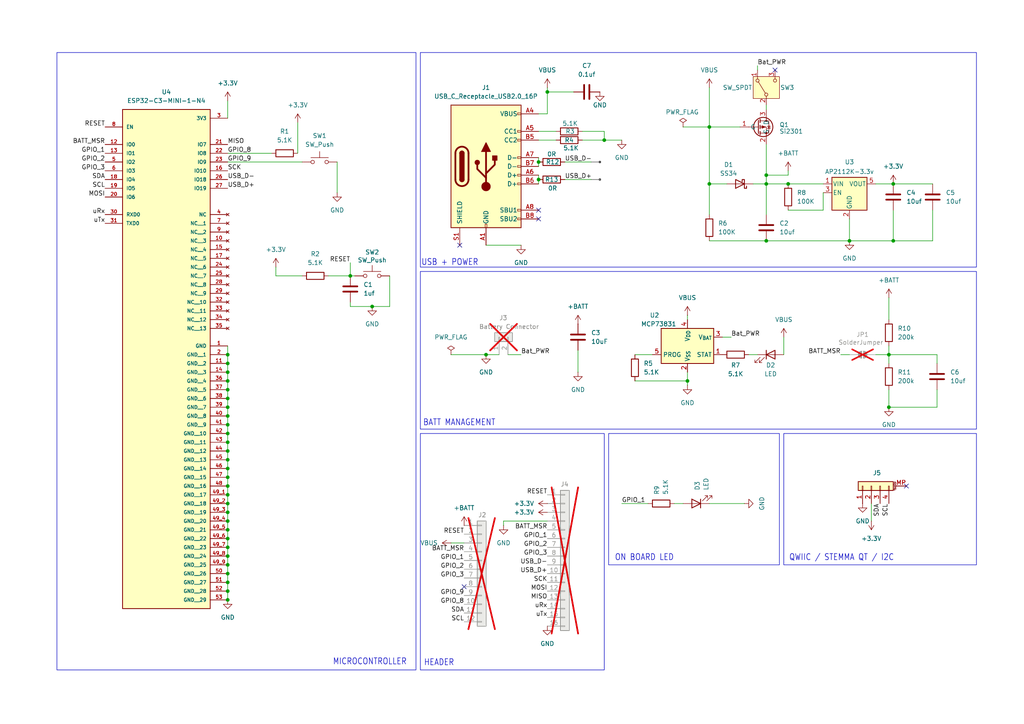
<source format=kicad_sch>
(kicad_sch (version 20231120) (generator "eeschema") (generator_version "8.0")
  (paper "A4")
  (title_block (title "Glyph-C3") (date "2024-09-05") (rev "V3") (company "PCBCUPID") (comment 1 "Author : Srinivasan M") (comment 2 "License : CC BY-SA") (comment 3 "Open Source "))
  (lib_symbols
    (symbol "Battery_Management:MCP73831-2-OT"
      (property "Reference" "U" (at -7.62 6.35 0))
      (property "Value" "MCP73831-2-OT" (at 1.27 6.35 0))
      (symbol "MCP73831-2-OT_1_1"
        (pin tri_state line (at 10.16 -2.54 180) (length 2.54) (name "STAT") (number "1"))
        (pin power_in line (at 0 -7.62 90) (length 2.54) (name "V_{SS}") (number "2"))
        (pin power_out line (at 10.16 2.54 180) (length 2.54) (name "V_{BAT}") (number "3"))
        (pin power_in line (at 0 7.62 270) (length 2.54) (name "V_{DD}") (number "4"))
        (pin input line (at -10.16 -2.54 0) (length 2.54) (name "PROG") (number "5"))
      )
    )
    (symbol "Connector:USB_C_Receptacle_USB2.0_16P" (pin_names (offset 1.016))
      (property "Reference" "J" (at 0 22.225 0))
      (property "Value" "USB_C_Receptacle_USB2.0_16P" (at 0 19.685 0))
      (symbol "USB_C_Receptacle_USB2.0_16P_1_1"
        (pin passive line (at 0 -22.86 90) (length 5.08) (name "GND") (number "A1"))
        (pin passive line (at 0 -22.86 90) (length 5.08) hide (name "GND") (number "A12"))
        (pin passive line (at 15.24 15.24 180) (length 5.08) (name "VBUS") (number "A4"))
        (pin bidirectional line (at 15.24 10.16 180) (length 5.08) (name "CC1") (number "A5"))
        (pin bidirectional line (at 15.24 -2.54 180) (length 5.08) (name "D+") (number "A6"))
        (pin bidirectional line (at 15.24 2.54 180) (length 5.08) (name "D-") (number "A7"))
        (pin bidirectional line (at 15.24 -12.7 180) (length 5.08) (name "SBU1") (number "A8"))
        (pin passive line (at 15.24 15.24 180) (length 5.08) hide (name "VBUS") (number "A9"))
        (pin passive line (at 0 -22.86 90) (length 5.08) hide (name "GND") (number "B1"))
        (pin passive line (at 0 -22.86 90) (length 5.08) hide (name "GND") (number "B12"))
        (pin passive line (at 15.24 15.24 180) (length 5.08) hide (name "VBUS") (number "B4"))
        (pin bidirectional line (at 15.24 7.62 180) (length 5.08) (name "CC2") (number "B5"))
        (pin bidirectional line (at 15.24 -5.08 180) (length 5.08) (name "D+") (number "B6"))
        (pin bidirectional line (at 15.24 0 180) (length 5.08) (name "D-") (number "B7"))
        (pin bidirectional line (at 15.24 -15.24 180) (length 5.08) (name "SBU2") (number "B8"))
        (pin passive line (at 15.24 15.24 180) (length 5.08) hide (name "VBUS") (number "B9"))
        (pin passive line (at -7.62 -22.86 90) (length 5.08) (name "SHIELD") (number "S1"))
      )
    )
    (symbol "Connector_Generic:Conn_01x02" (pin_names (offset 1.016) hide)
      (property "Reference" "J" (at 0 2.54 0))
      (property "Value" "Conn_01x02" (at 0 -5.08 0))
      (symbol "Conn_01x02_1_1"
        (pin passive line (at -5.08 0 0) (length 3.81) (name "Pin_1") (number "1"))
        (pin passive line (at -5.08 -2.54 0) (length 3.81) (name "Pin_2") (number "2"))
      )
    )
    (symbol "Connector_Generic:Conn_01x12" (pin_names (offset 1.016) hide)
      (property "Reference" "J" (at 0 15.24 0))
      (property "Value" "Conn_01x12" (at 0 -17.78 0))
      (symbol "Conn_01x12_1_1"
        (pin passive line (at -5.08 12.7 0) (length 3.81) (name "Pin_1") (number "1"))
        (pin passive line (at -5.08 -10.16 0) (length 3.81) (name "Pin_10") (number "10"))
        (pin passive line (at -5.08 -12.7 0) (length 3.81) (name "Pin_11") (number "11"))
        (pin passive line (at -5.08 -15.24 0) (length 3.81) (name "Pin_12") (number "12"))
        (pin passive line (at -5.08 10.16 0) (length 3.81) (name "Pin_2") (number "2"))
        (pin passive line (at -5.08 7.62 0) (length 3.81) (name "Pin_3") (number "3"))
        (pin passive line (at -5.08 5.08 0) (length 3.81) (name "Pin_4") (number "4"))
        (pin passive line (at -5.08 2.54 0) (length 3.81) (name "Pin_5") (number "5"))
        (pin passive line (at -5.08 0 0) (length 3.81) (name "Pin_6") (number "6"))
        (pin passive line (at -5.08 -2.54 0) (length 3.81) (name "Pin_7") (number "7"))
        (pin passive line (at -5.08 -5.08 0) (length 3.81) (name "Pin_8") (number "8"))
        (pin passive line (at -5.08 -7.62 0) (length 3.81) (name "Pin_9") (number "9"))
      )
    )
    (symbol "Connector_Generic:Conn_01x16" (pin_names (offset 1.016) hide)
      (property "Reference" "J" (at 0 20.32 0))
      (property "Value" "Conn_01x16" (at 0 -22.86 0))
      (symbol "Conn_01x16_1_1"
        (pin passive line (at -5.08 17.78 0) (length 3.81) (name "Pin_1") (number "1"))
        (pin passive line (at -5.08 -5.08 0) (length 3.81) (name "Pin_10") (number "10"))
        (pin passive line (at -5.08 -7.62 0) (length 3.81) (name "Pin_11") (number "11"))
        (pin passive line (at -5.08 -10.16 0) (length 3.81) (name "Pin_12") (number "12"))
        (pin passive line (at -5.08 -12.7 0) (length 3.81) (name "Pin_13") (number "13"))
        (pin passive line (at -5.08 -15.24 0) (length 3.81) (name "Pin_14") (number "14"))
        (pin passive line (at -5.08 -17.78 0) (length 3.81) (name "Pin_15") (number "15"))
        (pin passive line (at -5.08 -20.32 0) (length 3.81) (name "Pin_16") (number "16"))
        (pin passive line (at -5.08 15.24 0) (length 3.81) (name "Pin_2") (number "2"))
        (pin passive line (at -5.08 12.7 0) (length 3.81) (name "Pin_3") (number "3"))
        (pin passive line (at -5.08 10.16 0) (length 3.81) (name "Pin_4") (number "4"))
        (pin passive line (at -5.08 7.62 0) (length 3.81) (name "Pin_5") (number "5"))
        (pin passive line (at -5.08 5.08 0) (length 3.81) (name "Pin_6") (number "6"))
        (pin passive line (at -5.08 2.54 0) (length 3.81) (name "Pin_7") (number "7"))
        (pin passive line (at -5.08 0 0) (length 3.81) (name "Pin_8") (number "8"))
        (pin passive line (at -5.08 -2.54 0) (length 3.81) (name "Pin_9") (number "9"))
      )
    )
    (symbol "Connector_Generic_MountingPin:Conn_01x04_MountingPin" (pin_names (offset 1.016) hide)
      (property "Reference" "J" (at 0 5.08 0))
      (property "Value" "Conn_01x04_MountingPin" (at 1.27 -7.62 0))
      (symbol "Conn_01x04_MountingPin_1_1"
        (text "Mounting" (at 0 -6.731 0) (effects (font (size 0.381 0.381))))
        (pin passive line (at -5.08 2.54 0) (length 3.81) (name "Pin_1") (number "1"))
        (pin passive line (at -5.08 0 0) (length 3.81) (name "Pin_2") (number "2"))
        (pin passive line (at -5.08 -2.54 0) (length 3.81) (name "Pin_3") (number "3"))
        (pin passive line (at -5.08 -5.08 0) (length 3.81) (name "Pin_4") (number "4"))
        (pin passive line (at 0 -10.16 90) (length 3.048) (name "MountPin") (number "MP"))
      )
    )
    (symbol "Device:C" (pin_numbers hide) (pin_names (offset 0.254))
      (property "Reference" "C" (at 0.635 2.54 0))
      (property "Value" "C" (at 0.635 -2.54 0))
      (symbol "C_1_1"
        (pin passive line (at 0 3.81 270) (length 2.794) (name "~") (number "1"))
        (pin passive line (at 0 -3.81 90) (length 2.794) (name "~") (number "2"))
      )
    )
    (symbol "Device:LED" (pin_numbers hide) (pin_names (offset 1.016) hide)
      (property "Reference" "D" (at 0 2.54 0))
      (property "Value" "LED" (at 0 -2.54 0))
      (symbol "LED_1_1"
        (pin passive line (at -3.81 0 0) (length 2.54) (name "K") (number "1"))
        (pin passive line (at 3.81 0 180) (length 2.54) (name "A") (number "2"))
      )
    )
    (symbol "Device:R" (pin_numbers hide) (pin_names (offset 0))
      (property "Reference" "R" (at 2.032 0 90))
      (property "Value" "R" (at 0 0 90))
      (symbol "R_1_1"
        (pin passive line (at 0 3.81 270) (length 1.27) (name "~") (number "1"))
        (pin passive line (at 0 -3.81 90) (length 1.27) (name "~") (number "2"))
      )
    )
    (symbol "Diode:SS34" (pin_numbers hide) (pin_names (offset 1.016) hide)
      (property "Reference" "D" (at 0 2.54 0))
      (property "Value" "SS34" (at 0 -2.54 0))
      (symbol "SS34_1_1"
        (pin passive line (at -3.81 0 0) (length 2.54) (name "K") (number "1"))
        (pin passive line (at 3.81 0 180) (length 2.54) (name "A") (number "2"))
      )
    )
    (symbol "ESP32-C3-MINI-1-N4:ESP32-C3-MINI-1-N4" (pin_names (offset 1.016))
      (property "Reference" "U" (at -12.7 18.796 0))
      (property "Value" "ESP32-C3-MINI-1-N4" (at -12.7 -129.54 0))
      (symbol "ESP32-C3-MINI-1-N4_0_0"
        (pin power_in line (at 17.78 -50.8 180) (length 5.08) (name "GND") (number "1"))
        (pin no_connect line (at 17.78 -20.32 180) (length 5.08) (name "NC__3") (number "10"))
        (pin power_in line (at 17.78 -55.88 180) (length 5.08) (name "GND__2") (number "11"))
        (pin bidirectional line (at -17.78 7.62 0) (length 5.08) (name "IO0") (number "12"))
        (pin bidirectional line (at -17.78 5.08 0) (length 5.08) (name "IO1") (number "13"))
        (pin power_in line (at 17.78 -58.42 180) (length 5.08) (name "GND__3") (number "14"))
        (pin no_connect line (at 17.78 -22.86 180) (length 5.08) (name "NC__4") (number "15"))
        (pin bidirectional line (at 17.78 0 180) (length 5.08) (name "IO10") (number "16"))
        (pin no_connect line (at 17.78 -25.4 180) (length 5.08) (name "NC__5") (number "17"))
        (pin bidirectional line (at -17.78 -2.54 0) (length 5.08) (name "IO4") (number "18"))
        (pin bidirectional line (at -17.78 -5.08 0) (length 5.08) (name "IO5") (number "19"))
        (pin power_in line (at 17.78 -53.34 180) (length 5.08) (name "GND__1") (number "2"))
        (pin bidirectional line (at -17.78 -7.62 0) (length 5.08) (name "IO6") (number "20"))
        (pin bidirectional line (at 17.78 7.62 180) (length 5.08) (name "IO7") (number "21"))
        (pin bidirectional line (at 17.78 5.08 180) (length 5.08) (name "IO8") (number "22"))
        (pin bidirectional line (at 17.78 2.54 180) (length 5.08) (name "IO9") (number "23"))
        (pin no_connect line (at 17.78 -27.94 180) (length 5.08) (name "NC__6") (number "24"))
        (pin no_connect line (at 17.78 -30.48 180) (length 5.08) (name "NC__7") (number "25"))
        (pin bidirectional line (at 17.78 -2.54 180) (length 5.08) (name "IO18") (number "26"))
        (pin bidirectional line (at 17.78 -5.08 180) (length 5.08) (name "IO19") (number "27"))
        (pin no_connect line (at 17.78 -33.02 180) (length 5.08) (name "NC__8") (number "28"))
        (pin no_connect line (at 17.78 -35.56 180) (length 5.08) (name "NC__9") (number "29"))
        (pin power_in line (at 17.78 15.24 180) (length 5.08) (name "3V3") (number "3"))
        (pin bidirectional line (at -17.78 -12.7 0) (length 5.08) (name "RXD0") (number "30"))
        (pin bidirectional line (at -17.78 -15.24 0) (length 5.08) (name "TXD0") (number "31"))
        (pin no_connect line (at 17.78 -38.1 180) (length 5.08) (name "NC__10") (number "32"))
        (pin no_connect line (at 17.78 -40.64 180) (length 5.08) (name "NC__11") (number "33"))
        (pin no_connect line (at 17.78 -43.18 180) (length 5.08) (name "NC__12") (number "34"))
        (pin no_connect line (at 17.78 -45.72 180) (length 5.08) (name "NC__13") (number "35"))
        (pin power_in line (at 17.78 -60.96 180) (length 5.08) (name "GND__4") (number "36"))
        (pin power_in line (at 17.78 -63.5 180) (length 5.08) (name "GND__5") (number "37"))
        (pin power_in line (at 17.78 -66.04 180) (length 5.08) (name "GND__6") (number "38"))
        (pin power_in line (at 17.78 -68.58 180) (length 5.08) (name "GND__7") (number "39"))
        (pin no_connect line (at 17.78 -12.7 180) (length 5.08) (name "NC") (number "4"))
        (pin power_in line (at 17.78 -71.12 180) (length 5.08) (name "GND__8") (number "40"))
        (pin power_in line (at 17.78 -73.66 180) (length 5.08) (name "GND__9") (number "41"))
        (pin power_in line (at 17.78 -76.2 180) (length 5.08) (name "GND__10") (number "42"))
        (pin power_in line (at 17.78 -78.74 180) (length 5.08) (name "GND__11") (number "43"))
        (pin power_in line (at 17.78 -81.28 180) (length 5.08) (name "GND__12") (number "44"))
        (pin power_in line (at 17.78 -83.82 180) (length 5.08) (name "GND__13") (number "45"))
        (pin power_in line (at 17.78 -86.36 180) (length 5.08) (name "GND__14") (number "46"))
        (pin power_in line (at 17.78 -88.9 180) (length 5.08) (name "GND__15") (number "47"))
        (pin power_in line (at 17.78 -91.44 180) (length 5.08) (name "GND__16") (number "48"))
        (pin power_in line (at 17.78 -93.98 180) (length 5.08) (name "GND__17") (number "49_1"))
        (pin power_in line (at 17.78 -96.52 180) (length 5.08) (name "GND__18") (number "49_2"))
        (pin power_in line (at 17.78 -99.06 180) (length 5.08) (name "GND__19") (number "49_3"))
        (pin power_in line (at 17.78 -101.6 180) (length 5.08) (name "GND__20") (number "49_4"))
        (pin power_in line (at 17.78 -104.14 180) (length 5.08) (name "GND__21") (number "49_5"))
        (pin power_in line (at 17.78 -106.68 180) (length 5.08) (name "GND__22") (number "49_6"))
        (pin power_in line (at 17.78 -109.22 180) (length 5.08) (name "GND__23") (number "49_7"))
        (pin power_in line (at 17.78 -111.76 180) (length 5.08) (name "GND__24") (number "49_8"))
        (pin power_in line (at 17.78 -114.3 180) (length 5.08) (name "GND__25") (number "49_9"))
        (pin bidirectional line (at -17.78 2.54 0) (length 5.08) (name "IO2") (number "5"))
        (pin power_in line (at 17.78 -116.84 180) (length 5.08) (name "GND__26") (number "50"))
        (pin power_in line (at 17.78 -119.38 180) (length 5.08) (name "GND__27") (number "51"))
        (pin power_in line (at 17.78 -121.92 180) (length 5.08) (name "GND__28") (number "52"))
        (pin power_in line (at 17.78 -124.46 180) (length 5.08) (name "GND__29") (number "53"))
        (pin bidirectional line (at -17.78 0 0) (length 5.08) (name "IO3") (number "6"))
        (pin no_connect line (at 17.78 -15.24 180) (length 5.08) (name "NC__1") (number "7"))
        (pin input line (at -17.78 12.7 0) (length 5.08) (name "EN") (number "8"))
        (pin no_connect line (at 17.78 -17.78 180) (length 5.08) (name "NC__2") (number "9"))
      )
    )
    (symbol "Jumper:SolderJumper_2_Open" (pin_numbers hide) (pin_names (offset 0) hide) (exclude_from_sim yes) (in_bom no)
      (property "Reference" "JP" (at 0 2.032 0))
      (property "Value" "SolderJumper_2_Open" (at 0 -2.54 0))
      (symbol "SolderJumper_2_Open_1_1"
        (pin passive line (at -3.81 0 0) (length 2.54) (name "A") (number "1"))
        (pin passive line (at 3.81 0 180) (length 2.54) (name "B") (number "2"))
      )
    )
    (symbol "Regulator_Linear:AP2112K-3.3" (pin_names (offset 0.254))
      (property "Reference" "U" (at -5.08 5.715 0))
      (property "Value" "AP2112K-3.3" (at 0 5.715 0))
      (symbol "AP2112K-3.3_1_1"
        (pin power_in line (at -7.62 2.54 0) (length 2.54) (name "VIN") (number "1"))
        (pin power_in line (at 0 -7.62 90) (length 2.54) (name "GND") (number "2"))
        (pin input line (at -7.62 0 0) (length 2.54) (name "EN") (number "3"))
        (pin no_connect line (at 5.08 0 180) (length 2.54) hide (name "NC") (number "4"))
        (pin power_out line (at 7.62 2.54 180) (length 2.54) (name "VOUT") (number "5"))
      )
    )
    (symbol "Switch:SW_Push" (pin_numbers hide) (pin_names (offset 1.016) hide)
      (property "Reference" "SW" (at 1.27 2.54 0))
      (property "Value" "SW_Push" (at 0 -1.524 0))
      (symbol "SW_Push_0_1"
        (pin passive line (at -5.08 0 0) (length 2.54) (name "1") (number "1"))
        (pin passive line (at 5.08 0 180) (length 2.54) (name "2") (number "2"))
      )
    )
    (symbol "Switch:SW_SPDT" (pin_names (offset 0) hide)
      (property "Reference" "SW" (at 0 5.08 0))
      (property "Value" "SW_SPDT" (at 0 -5.08 0))
      (symbol "SW_SPDT_1_1"
        (pin passive line (at 5.08 2.54 180) (length 2.54) (name "A") (number "1"))
        (pin passive line (at -5.08 0 0) (length 2.54) (name "B") (number "2"))
        (pin passive line (at 5.08 -2.54 180) (length 2.54) (name "C") (number "3"))
      )
    )
    (symbol "Vishay_SI2301:SI2301"
      (property "Reference" "Q" (at 4.318 0 0))
      (symbol "SI2301_1_1"
        (pin input line (at -6.35 0 0) (length 2.54) (name "G") (number "1"))
        (pin passive line (at 1.27 -5.08 90) (length 2.54) (name "S") (number "2"))
        (pin passive line (at 1.27 5.08 270) (length 2.54) (name "D") (number "3"))
      )
    )
    (symbol "power:+3.3V" (power) (pin_numbers hide) (pin_names (offset 0) hide)
      (property "Value" "+3.3V" (at 0 3.556 0))
      (symbol "+3.3V_1_1"
        (pin power_in line (at 0 0 90) (length 0) (name "~") (number "1"))
      )
    )
    (symbol "power:+BATT" (power) (pin_numbers hide) (pin_names (offset 0) hide)
      (property "Value" "+BATT" (at 0 3.556 0))
      (symbol "+BATT_1_1"
        (pin power_in line (at 0 0 90) (length 0) (name "~") (number "1"))
      )
    )
    (symbol "power:GND" (power) (pin_numbers hide) (pin_names (offset 0) hide)
      (property "Value" "GND" (at 0 -3.81 0))
      (symbol "GND_1_1"
        (pin power_in line (at 0 0 270) (length 0) (name "~") (number "1"))
      )
    )
    (symbol "power:PWR_FLAG" (power) (pin_numbers hide) (pin_names (offset 0) hide)
      (property "Value" "PWR_FLAG" (at 0 3.81 0))
      (symbol "PWR_FLAG_0_0"
        (pin power_out line (at 0 0 90) (length 0) (name "~") (number "1"))
      )
    )
    (symbol "power:VBUS" (power) (pin_numbers hide) (pin_names (offset 0) hide)
      (property "Value" "VBUS" (at 0 3.556 0))
      (symbol "VBUS_1_1"
        (pin power_in line (at 0 0 90) (length 0) (name "~") (number "1"))
      )
    )
  )
  (junction (at 66.04 120.65))
  (junction (at 205.74 36.83))
  (junction (at 66.04 166.37))
  (junction (at 199.39 110.49))
  (junction (at 66.04 161.29))
  (junction (at 66.04 173.99))
  (junction (at 66.04 113.03))
  (junction (at 66.04 146.05))
  (junction (at 66.04 125.73))
  (junction (at 175.26 40.64))
  (junction (at 66.04 138.43))
  (junction (at 66.04 115.57))
  (junction (at 222.25 50.8))
  (junction (at 66.04 163.83))
  (junction (at 66.04 133.35))
  (junction (at 259.08 53.34))
  (junction (at 66.04 168.91))
  (junction (at 66.04 123.19))
  (junction (at 66.04 118.11))
  (junction (at 156.21 46.99))
  (junction (at 66.04 107.95))
  (junction (at 156.21 52.07))
  (junction (at 205.74 53.34))
  (junction (at 66.04 135.89))
  (junction (at 66.04 151.13))
  (junction (at 259.08 69.85))
  (junction (at 66.04 171.45))
  (junction (at 107.95 88.9))
  (junction (at 66.04 140.97))
  (junction (at 66.04 158.75))
  (junction (at 66.04 156.21))
  (junction (at 66.04 143.51))
  (junction (at 66.04 102.87))
  (junction (at 246.38 69.85))
  (junction (at 158.75 26.67))
  (junction (at 66.04 153.67))
  (junction (at 101.6 80.01))
  (junction (at 66.04 130.81))
  (junction (at 222.25 53.34))
  (junction (at 257.81 102.87))
  (junction (at 66.04 128.27))
  (junction (at 257.81 118.11))
  (junction (at 140.97 102.87))
  (junction (at 66.04 148.59))
  (junction (at 228.6 53.34))
  (junction (at 222.25 69.85))
  (junction (at 66.04 110.49))
  (junction (at 66.04 105.41))
  (no_connect (at 224.79 20.32))
  (no_connect (at 156.21 63.5))
  (no_connect (at 156.21 60.96))
  (no_connect (at 262.89 140.97))
  (no_connect (at 133.35 71.12))
  (no_connect (at 134.62 170.18))
  (wire (pts (xy 259.08 69.85) (xy 270.51 69.85)))
  (wire (pts (xy 80.01 77.47) (xy 80.01 80.01)))
  (wire (pts (xy 175.26 38.1) (xy 175.26 40.64)))
  (wire (pts (xy 257.81 113.03) (xy 257.81 118.11)))
  (wire (pts (xy 66.04 118.11) (xy 66.04 120.65)))
  (wire (pts (xy 97.79 46.99) (xy 97.79 55.88)))
  (wire (pts (xy 66.04 128.27) (xy 66.04 130.81)))
  (wire (pts (xy 199.39 91.44) (xy 199.39 92.71)))
  (wire (pts (xy 66.04 161.29) (xy 66.04 163.83)))
  (wire (pts (xy 222.25 69.85) (xy 246.38 69.85)))
  (wire (pts (xy 271.78 102.87) (xy 271.78 105.41)))
  (wire (pts (xy 66.04 44.45) (xy 78.74 44.45)))
  (wire (pts (xy 222.25 53.34) (xy 222.25 62.23)))
  (wire (pts (xy 130.81 102.87) (xy 140.97 102.87)))
  (wire (pts (xy 66.04 135.89) (xy 66.04 138.43)))
  (wire (pts (xy 101.6 76.2) (xy 101.6 80.01)))
  (wire (pts (xy 101.6 87.63) (xy 101.6 88.9)))
  (wire (pts (xy 246.38 63.5) (xy 246.38 69.85)))
  (wire (pts (xy 175.26 40.64) (xy 168.91 40.64)))
  (wire (pts (xy 66.04 153.67) (xy 66.04 156.21)))
  (wire (pts (xy 146.05 151.13) (xy 146.05 152.4)))
  (wire (pts (xy 257.81 100.33) (xy 257.81 102.87)))
  (wire (pts (xy 156.21 52.07) (xy 156.21 53.34)))
  (wire (pts (xy 140.97 102.87) (xy 144.78 102.87)))
  (wire (pts (xy 66.04 146.05) (xy 66.04 148.59)))
  (wire (pts (xy 66.04 156.21) (xy 66.04 158.75)))
  (wire (pts (xy 107.95 88.9) (xy 113.03 88.9)))
  (wire (pts (xy 222.25 41.91) (xy 222.25 50.8)))
  (wire (pts (xy 140.97 71.12) (xy 151.13 71.12)))
  (wire (pts (xy 205.74 36.83) (xy 205.74 53.34)))
  (wire (pts (xy 238.76 60.96) (xy 238.76 55.88)))
  (wire (pts (xy 158.75 151.13) (xy 146.05 151.13)))
  (wire (pts (xy 66.04 102.87) (xy 66.04 105.41)))
  (wire (pts (xy 66.04 100.33) (xy 66.04 102.87)))
  (wire (pts (xy 219.71 19.05) (xy 219.71 20.32)))
  (wire (pts (xy 184.15 110.49) (xy 199.39 110.49)))
  (wire (pts (xy 66.04 120.65) (xy 66.04 123.19)))
  (wire (pts (xy 66.04 163.83) (xy 66.04 166.37)))
  (wire (pts (xy 259.08 60.96) (xy 259.08 69.85)))
  (wire (pts (xy 205.74 36.83) (xy 214.63 36.83)))
  (wire (pts (xy 66.04 107.95) (xy 66.04 110.49)))
  (wire (pts (xy 222.25 53.34) (xy 228.6 53.34)))
  (wire (pts (xy 66.04 151.13) (xy 66.04 153.67)))
  (wire (pts (xy 130.81 157.48) (xy 134.62 157.48)))
  (wire (pts (xy 209.55 97.79) (xy 212.09 97.79)))
  (wire (pts (xy 222.25 30.48) (xy 222.25 31.75)))
  (wire (pts (xy 222.25 50.8) (xy 228.6 50.8)))
  (wire (pts (xy 147.32 102.87) (xy 151.13 102.87)))
  (wire (pts (xy 66.04 138.43) (xy 66.04 140.97)))
  (wire (pts (xy 205.74 53.34) (xy 205.74 62.23)))
  (wire (pts (xy 156.21 38.1) (xy 161.29 38.1)))
  (wire (pts (xy 156.21 33.02) (xy 158.75 33.02)))
  (wire (pts (xy 66.04 143.51) (xy 66.04 146.05)))
  (wire (pts (xy 198.12 146.05) (xy 195.58 146.05)))
  (wire (pts (xy 66.04 123.19) (xy 66.04 125.73)))
  (wire (pts (xy 66.04 125.73) (xy 66.04 128.27)))
  (wire (pts (xy 257.81 102.87) (xy 257.81 105.41)))
  (wire (pts (xy 270.51 60.96) (xy 270.51 69.85)))
  (wire (pts (xy 66.04 130.81) (xy 66.04 133.35)))
  (wire (pts (xy 222.25 50.8) (xy 222.25 53.34)))
  (wire (pts (xy 156.21 40.64) (xy 161.29 40.64)))
  (wire (pts (xy 246.38 69.85) (xy 259.08 69.85)))
  (wire (pts (xy 66.04 158.75) (xy 66.04 161.29)))
  (wire (pts (xy 215.9 146.05) (xy 205.74 146.05)))
  (wire (pts (xy 66.04 133.35) (xy 66.04 135.89)))
  (wire (pts (xy 86.36 35.56) (xy 86.36 44.45)))
  (wire (pts (xy 257.81 86.36) (xy 257.81 92.71)))
  (wire (pts (xy 184.15 102.87) (xy 189.23 102.87)))
  (wire (pts (xy 163.83 46.99) (xy 171.45 46.99)))
  (wire (pts (xy 205.74 36.83) (xy 198.12 36.83)))
  (wire (pts (xy 66.04 148.59) (xy 66.04 151.13)))
  (wire (pts (xy 66.04 110.49) (xy 66.04 113.03)))
  (wire (pts (xy 168.91 38.1) (xy 175.26 38.1)))
  (wire (pts (xy 156.21 50.8) (xy 156.21 52.07)))
  (wire (pts (xy 163.83 52.07) (xy 171.45 52.07)))
  (wire (pts (xy 180.34 146.05) (xy 187.96 146.05)))
  (wire (pts (xy 66.04 29.21) (xy 66.04 34.29)))
  (wire (pts (xy 66.04 171.45) (xy 66.04 173.99)))
  (wire (pts (xy 218.44 53.34) (xy 222.25 53.34)))
  (wire (pts (xy 66.04 105.41) (xy 66.04 107.95)))
  (wire (pts (xy 252.73 146.05) (xy 252.73 151.13)))
  (wire (pts (xy 257.81 102.87) (xy 271.78 102.87)))
  (wire (pts (xy 66.04 140.97) (xy 66.04 143.51)))
  (wire (pts (xy 259.08 53.34) (xy 270.51 53.34)))
  (wire (pts (xy 66.04 168.91) (xy 66.04 171.45)))
  (wire (pts (xy 228.6 60.96) (xy 238.76 60.96)))
  (wire (pts (xy 158.75 25.4) (xy 158.75 26.67)))
  (wire (pts (xy 217.17 102.87) (xy 219.71 102.87)))
  (wire (pts (xy 180.34 40.64) (xy 175.26 40.64)))
  (wire (pts (xy 271.78 113.03) (xy 271.78 118.11)))
  (wire (pts (xy 66.04 46.99) (xy 87.63 46.99)))
  (wire (pts (xy 205.74 69.85) (xy 222.25 69.85)))
  (wire (pts (xy 254 53.34) (xy 259.08 53.34)))
  (wire (pts (xy 254 102.87) (xy 257.81 102.87)))
  (wire (pts (xy 158.75 26.67) (xy 166.37 26.67)))
  (wire (pts (xy 228.6 53.34) (xy 238.76 53.34)))
  (wire (pts (xy 227.33 97.79) (xy 227.33 102.87)))
  (wire (pts (xy 271.78 118.11) (xy 257.81 118.11)))
  (wire (pts (xy 80.01 80.01) (xy 87.63 80.01)))
  (wire (pts (xy 95.25 80.01) (xy 101.6 80.01)))
  (wire (pts (xy 156.21 45.72) (xy 156.21 46.99)))
  (wire (pts (xy 199.39 110.49) (xy 199.39 111.76)))
  (wire (pts (xy 243.84 102.87) (xy 246.38 102.87)))
  (wire (pts (xy 101.6 80.01) (xy 102.87 80.01)))
  (wire (pts (xy 113.03 80.01) (xy 113.03 88.9)))
  (wire (pts (xy 158.75 26.67) (xy 158.75 33.02)))
  (wire (pts (xy 101.6 88.9) (xy 107.95 88.9)))
  (wire (pts (xy 156.21 46.99) (xy 156.21 48.26)))
  (wire (pts (xy 167.64 101.6) (xy 167.64 107.95)))
  (wire (pts (xy 228.6 50.8) (xy 228.6 49.53)))
  (wire (pts (xy 199.39 110.49) (xy 199.39 107.95)))
  (wire (pts (xy 205.74 53.34) (xy 210.82 53.34)))
  (wire (pts (xy 66.04 166.37) (xy 66.04 168.91)))
  (wire (pts (xy 205.74 25.4) (xy 205.74 36.83)))
  (wire (pts (xy 66.04 115.57) (xy 66.04 118.11)))
  (wire (pts (xy 66.04 113.03) (xy 66.04 115.57)))
  (rectangle (start 16.51 15.24) (end 120.65 194.31))
  (rectangle (start 176.53 125.73) (end 226.06 163.83))
  (rectangle (start 121.92 78.74) (end 283.21 124.46))
  (rectangle (start 121.92 125.73) (end 175.26 194.31))
  (rectangle (start 227.33 125.73) (end 283.21 163.83))
  (rectangle (start 121.92 15.24) (end 283.21 77.47))
  (text "ON BOARD LED\n" (at 178.308 162.814 0) (effects (font (size 1.778 1.5113)) (justify left bottom)))
  (text "HEADER\n" (at 122.936 193.294 0) (effects (font (size 1.778 1.5113)) (justify left bottom)))
  (text "BATT MANAGEMENT" (at 122.682 123.698 0) (effects (font (size 1.778 1.5113)) (justify left bottom)))
  (text "QWIIC / STEMMA QT / I2C" (at 228.854 162.814 0) (effects (font (size 1.778 1.5113)) (justify left bottom)))
  (text "MICROCONTROLLER\n" (at 96.52 193.04 0) (effects (font (size 1.778 1.5113)) (justify left bottom)))
  (text "USB + POWER" (at 122.174 77.216 0) (effects (font (size 1.778 1.5113)) (justify left bottom)))
  (label "USB_D+" (at 66.04 54.61 0))
  (label "RESET" (at 101.6 76.2 180))
  (label "Bat_PWR" (at 151.13 102.87 0))
  (label "uTx" (at 158.75 179.07 180))
  (label "GPIO_3" (at 30.48 49.53 180))
  (label "MOSI" (at 30.48 57.15 180))
  (label "USB_D-" (at 163.83 46.99 0))
  (label "GPIO_8" (at 134.62 175.26 180))
  (label "GPIO_1" (at 158.75 156.21 180))
  (label "SCK" (at 66.04 49.53 0))
  (label "SCL" (at 30.48 54.61 180))
  (label "USB_D-" (at 158.75 163.83 180))
  (label "MISO" (at 158.75 173.99 180))
  (label "RESET" (at 134.62 154.94 180))
  (label "RESET" (at 158.75 143.51 180))
  (label "GPIO_3" (at 134.62 167.64 180))
  (label "BATT_MSR" (at 30.48 41.91 180))
  (label "Bat_PWR" (at 212.09 97.79 0))
  (label "GPIO_1" (at 30.48 44.45 180))
  (label "uRx" (at 158.75 176.53 180))
  (label "SDA" (at 134.62 177.8 180))
  (label "GPIO_2" (at 30.48 46.99 180))
  (label "SDA" (at 255.27 146.05 270))
  (label "GPIO_3" (at 158.75 161.29 180))
  (label "USB_D+" (at 158.75 166.37 180))
  (label "GPIO_1" (at 180.34 146.05 0))
  (label "uRx" (at 30.48 62.23 180))
  (label "MOSI" (at 158.75 171.45 180))
  (label "BATT_MSR" (at 243.84 102.87 180))
  (label "GPIO_9" (at 134.62 172.72 180))
  (label "SCL" (at 257.81 146.05 270))
  (label "MISO" (at 66.04 41.91 0))
  (label "GPIO_9" (at 66.04 46.99 0))
  (label "SCK" (at 158.75 168.91 180))
  (label "BATT_MSR" (at 158.75 153.67 180))
  (label "USB_D-" (at 66.04 52.07 0))
  (label "SDA" (at 30.48 52.07 180))
  (label "GPIO_8" (at 66.04 44.45 0))
  (label "GPIO_2" (at 134.62 165.1 180))
  (label "SCL" (at 134.62 180.34 180))
  (label "BATT_MSR" (at 134.62 160.02 180))
  (label "GPIO_2" (at 158.75 158.75 180))
  (label "GPIO_1" (at 134.62 162.56 180))
  (label "uTx" (at 30.48 64.77 180))
  (label "Bat_PWR" (at 219.71 19.05 0))
  (label "RESET" (at 30.48 36.83 180))
  (label "USB_D+" (at 163.83 52.07 0))
  (netclass_flag "" (length 2.54) (shape dot) (at 171.45 46.99 270) (property "Netclass" "differential" (effects (hide yes))))
  (netclass_flag "" (length 2.54) (shape dot) (at 171.45 52.07 270) (property "Netclass" "differential" (effects (hide yes))))
  (symbol (lib_id "Device:C") (at 222.25 66.04 0) (unit 1)
    (property "Reference" "C2" (at 226.06 64.7699 0) (effects (justify left)))
    (property "Value" "10uf" (at 226.06 67.3099 0) (effects (justify left)))
    (property "Footprint" "Capacitor_SMD:C_0603_1608Metric" (effects (hide yes)))
    (property "Description" "Unpolarized capacitor" (effects (hide yes)))
  )
  (symbol (lib_id "Connector_Generic:Conn_01x02") (at 144.78 97.79 90) (unit 1) (dnp yes)
    (property "Reference" "J3" (at 144.78 92.202 90) (effects (justify right)))
    (property "Value" "Battery Connector" (at 138.938 94.742 90) (effects (justify right)))
    (property "Footprint" "Test_point_01x2:TestPoint_01x02" (effects (hide yes)))
    (property "Description" "Generic connector, single row, 01x02, script generated (kicad-library-utils/schlib/autogen/connector/)" (effects (hide yes)))
  )
  (symbol (lib_id "power:+3.3V") (at 158.75 148.59 90) (unit 1)
    (property "Reference" "#PWR036" (effects (hide yes)))
    (property "Value" "+3.3V" (at 154.94 148.5899 90) (effects (justify left)))
    (property "Description" "Power symbol creates a global label with name \"+3.3V\"" (effects (hide yes)))
  )
  (symbol (lib_id "Device:LED") (at 201.93 146.05 180) (unit 1)
    (property "Reference" "D3" (at 202.2474 142.24 90) (effects (justify right)))
    (property "Value" "LED" (at 204.7874 142.24 90) (effects (justify right)))
    (property "Footprint" "LED_SMD:LED_0603_1608Metric" (effects (hide yes)))
    (property "Description" "Light emitting diode" (effects (hide yes)))
  )
  (symbol (lib_id "Connector_Generic_MountingPin:Conn_01x04_MountingPin") (at 252.73 140.97 90) (unit 1)
    (property "Reference" "J5" (at 254.3556 137.16 90))
    (property "Value" "Conn_01x04_MountingPin" (effects (hide yes)))
    (property "Footprint" "Connector_JST:JST_SH_BM04B-SRSS-TB_1x04-1MP_P1.00mm_Vertical" (effects (hide yes)))
    (property "Description" "Generic connectable mounting pin connector, single row, 01x04, script generated (kicad-library-utils/schlib/autogen/connector/)" (effects (hide yes)))
  )
  (symbol (lib_id "Connector_Generic:Conn_01x16") (at 163.83 161.29 0) (unit 1) (dnp yes)
    (property "Reference" "J4" (at 162.56 140.462 0) (effects (justify left)))
    (property "Value" "Conn_01x16" (effects (hide yes)))
    (property "Footprint" "Connector_PinSocket_2.54mm:PinSocket_1x16_P2.54mm_Vertical" (effects (hide yes)))
    (property "Description" "Generic connector, single row, 01x16, script generated (kicad-library-utils/schlib/autogen/connector/)" (effects (hide yes)))
  )
  (symbol (lib_id "power:VBUS") (at 227.33 97.79 0) (unit 1)
    (property "Reference" "#PWR022" (effects (hide yes)))
    (property "Value" "VBUS" (at 227.33 92.71 0))
    (property "Description" "Power symbol creates a global label with name \"VBUS\"" (effects (hide yes)))
  )
  (symbol (lib_id "Device:R") (at 213.36 102.87 90) (unit 1)
    (property "Reference" "R7" (at 213.36 105.918 90))
    (property "Value" "5.1K" (at 213.36 108.458 90))
    (property "Footprint" "Resistor_SMD:R_0603_1608Metric" (effects (hide yes)))
    (property "Description" "Resistor" (effects (hide yes)))
  )
  (symbol (lib_id "Vishay_SI2301:SI2301") (at 220.98 36.83 0) (unit 1)
    (property "Reference" "Q1" (at 226.06 36.1949 0) (effects (justify left)))
    (property "Value" "Si2301" (at 226.06 38.1 0) (effects (justify left)))
    (property "Footprint" "Package_TO_SOT_SMD:SOT-23" (effects (hide yes)))
  )
  (symbol (lib_id "Device:R") (at 184.15 106.68 180) (unit 1)
    (property "Reference" "R5" (at 186.69 105.4099 0) (effects (justify right)))
    (property "Value" "5.1K" (at 186.69 107.9499 0) (effects (justify right)))
    (property "Footprint" "Resistor_SMD:R_0603_1608Metric" (effects (hide yes)))
    (property "Description" "Resistor" (effects (hide yes)))
  )
  (symbol (lib_id "power:+BATT") (at 134.62 152.4 0) (unit 1)
    (property "Reference" "#PWR023" (effects (hide yes)))
    (property "Value" "+BATT" (at 134.62 147.32 0))
    (property "Description" "Power symbol creates a global label with name \"+BATT\"" (effects (hide yes)))
  )
  (symbol (lib_id "Switch:SW_SPDT") (at 222.25 25.4 90) (unit 1)
    (property "Reference" "SW3" (at 230.378 25.4 90) (effects (justify left)))
    (property "Value" "SW_SPDT" (at 218.186 25.4 90) (effects (justify left)))
    (property "Footprint" "Button_Switch_SMD:SW_SPDT_PCM12" (effects (hide yes)))
    (property "Description" "Switch, single pole double throw" (effects (hide yes)))
  )
  (symbol (lib_id "Device:C") (at 101.6 83.82 0) (unit 1)
    (property "Reference" "C1" (at 105.41 82.5499 0) (effects (justify left)))
    (property "Value" "1uf" (at 105.41 85.0899 0) (effects (justify left)))
    (property "Footprint" "Capacitor_SMD:C_0603_1608Metric" (effects (hide yes)))
    (property "Description" "Unpolarized capacitor" (effects (hide yes)))
  )
  (symbol (lib_id "power:+3.3V") (at 158.75 146.05 90) (unit 1)
    (property "Reference" "#PWR035" (effects (hide yes)))
    (property "Value" "+3.3V" (at 154.94 146.0499 90) (effects (justify left)))
    (property "Description" "Power symbol creates a global label with name \"+3.3V\"" (effects (hide yes)))
  )
  (symbol (lib_id "Regulator_Linear:AP2112K-3.3") (at 246.38 55.88 0) (unit 1)
    (property "Reference" "U3" (at 246.38 46.99 0))
    (property "Value" "AP2112K-3.3v" (at 246.38 49.784 0))
    (property "Footprint" "Package_TO_SOT_SMD:SOT-23-5" (effects (hide yes)))
    (property "Datasheet" "https://www.diodes.com/assets/Datasheets/AP2112.pdf" (effects (hide yes)))
    (property "Description" "600mA low dropout linear regulator, with enable pin, 3.8V-6V input voltage range, 3.3V fixed positive output, SOT-23-5" (effects (hide yes)))
  )
  (symbol (lib_id "power:GND") (at 107.95 88.9 0) (unit 1)
    (property "Reference" "#PWR09" (effects (hide yes)))
    (property "Value" "GND" (at 107.95 93.98 0))
    (property "Description" "Power symbol creates a global label with name \"GND\" , ground" (effects (hide yes)))
  )
  (symbol (lib_id "power:GND") (at 140.97 102.87 0) (unit 1)
    (property "Reference" "#PWR014" (effects (hide yes)))
    (property "Value" "GND" (at 140.97 107.95 0))
    (property "Description" "Power symbol creates a global label with name \"GND\" , ground" (effects (hide yes)))
  )
  (symbol (lib_id "power:+3.3V") (at 80.01 77.47 0) (unit 1)
    (property "Reference" "#PWR08" (effects (hide yes)))
    (property "Value" "+3.3V" (at 80.01 72.39 0))
    (property "Description" "Power symbol creates a global label with name \"+3.3V\"" (effects (hide yes)))
  )
  (symbol (lib_id "Device:R") (at 205.74 66.04 0) (unit 1)
    (property "Reference" "R6" (at 208.28 64.7699 0) (effects (justify left)))
    (property "Value" "100K" (at 208.28 67.3099 0) (effects (justify left)))
    (property "Footprint" "Resistor_SMD:R_0603_1608Metric" (effects (hide yes)))
    (property "Description" "Resistor" (effects (hide yes)))
  )
  (symbol (lib_id "Device:LED") (at 223.52 102.87 0) (unit 1)
    (property "Reference" "D2" (at 223.52 105.918 0))
    (property "Value" "LED" (at 223.52 108.458 0))
    (property "Footprint" "LED_SMD:LED_0603_1608Metric" (effects (hide yes)))
    (property "Description" "Light emitting diode" (effects (hide yes)))
  )
  (symbol (lib_id "power:GND") (at 158.75 181.61 0) (unit 1)
    (property "Reference" "#PWR037" (effects (hide yes)))
    (property "Value" "GND" (at 158.75 186.69 0))
    (property "Description" "Power symbol creates a global label with name \"GND\" , ground" (effects (hide yes)))
  )
  (symbol (lib_id "Device:R") (at 165.1 40.64 90) (unit 1)
    (property "Reference" "R4" (at 165.1 40.64 90))
    (property "Value" "5.1K" (at 165.608 42.926 90))
    (property "Footprint" "Resistor_SMD:R_0603_1608Metric" (effects (hide yes)))
    (property "Description" "Resistor" (effects (hide yes)))
  )
  (symbol (lib_id "power:GND") (at 250.19 146.05 0) (unit 1)
    (property "Reference" "#PWR015" (effects (hide yes)))
    (property "Value" "GND" (at 250.19 151.13 0))
    (property "Description" "Power symbol creates a global label with name \"GND\" , ground" (effects (hide yes)))
  )
  (symbol (lib_id "power:GND") (at 180.34 40.64 0) (unit 1)
    (property "Reference" "#PWR018" (effects (hide yes)))
    (property "Value" "GND" (at 180.34 45.72 0))
    (property "Description" "Power symbol creates a global label with name \"GND\" , ground" (effects (hide yes)))
  )
  (symbol (lib_id "Connector:USB_C_Receptacle_USB2.0_16P") (at 140.97 48.26 0) (unit 1)
    (property "Reference" "J1" (at 140.97 25.4 0))
    (property "Value" "USB_C_Receptacle_USB2.0_16P" (at 140.97 27.94 0))
    (property "Footprint" "Connector_USB:USB_C_Receptacle_Palconn_UTC16-G" (effects (hide yes)))
    (property "Datasheet" "https://www.usb.org/sites/default/files/documents/usb_type-c.zip" (effects (hide yes)))
    (property "Description" "USB 2.0-only 16P Type-C Receptacle connector" (effects (hide yes)))
  )
  (symbol (lib_id "Connector_Generic:Conn_01x12") (at 139.7 165.1 0) (unit 1) (dnp yes)
    (property "Reference" "J2" (at 138.684 149.352 0) (effects (justify left)))
    (property "Value" "Conn_01x12" (effects (hide yes)))
    (property "Footprint" "Connector_PinSocket_2.54mm:PinSocket_1x12_P2.54mm_Vertical" (effects (hide yes)))
    (property "Description" "Generic connector, single row, 01x12, script generated (kicad-library-utils/schlib/autogen/connector/)" (effects (hide yes)))
  )
  (symbol (lib_id "Device:R") (at 257.81 109.22 0) (unit 1)
    (property "Reference" "R11" (at 260.35 107.9499 0) (effects (justify left)))
    (property "Value" "200k" (at 260.35 110.4899 0) (effects (justify left)))
    (property "Footprint" "Resistor_SMD:R_0603_1608Metric" (effects (hide yes)))
    (property "Description" "Resistor" (effects (hide yes)))
  )
  (symbol (lib_id "power:GND") (at 246.38 69.85 0) (unit 1)
    (property "Reference" "#PWR06" (effects (hide yes)))
    (property "Value" "GND" (at 246.38 74.93 0))
    (property "Description" "Power symbol creates a global label with name \"GND\" , ground" (effects (hide yes)))
  )
  (symbol (lib_id "power:+BATT") (at 167.64 93.98 0) (unit 1)
    (property "Reference" "#PWR021" (effects (hide yes)))
    (property "Value" "+BATT" (at 167.64 88.9 0))
    (property "Description" "Power symbol creates a global label with name \"+BATT\"" (effects (hide yes)))
  )
  (symbol (lib_id "power:+BATT") (at 257.81 86.36 0) (unit 1)
    (property "Reference" "#PWR03" (effects (hide yes)))
    (property "Value" "+BATT" (at 257.81 81.28 0))
    (property "Description" "Power symbol creates a global label with name \"+BATT\"" (effects (hide yes)))
  )
  (symbol (lib_id "power:VBUS") (at 205.74 25.4 0) (unit 1)
    (property "Reference" "#PWR04" (effects (hide yes)))
    (property "Value" "VBUS" (at 205.74 20.32 0))
    (property "Description" "Power symbol creates a global label with name \"VBUS\"" (effects (hide yes)))
  )
  (symbol (lib_id "power:+3.3V") (at 259.08 53.34 0) (unit 1)
    (property "Reference" "#PWR01" (effects (hide yes)))
    (property "Value" "+3.3V" (at 259.08 48.26 0))
    (property "Description" "Power symbol creates a global label with name \"+3.3V\"" (effects (hide yes)))
  )
  (symbol (lib_id "power:GND") (at 97.79 55.88 0) (unit 1)
    (property "Reference" "#PWR07" (effects (hide yes)))
    (property "Value" "GND" (at 97.79 60.96 0))
    (property "Description" "Power symbol creates a global label with name \"GND\" , ground" (effects (hide yes)))
  )
  (symbol (lib_id "Device:R") (at 160.02 46.99 270) (unit 1)
    (property "Reference" "R12" (at 160.274 46.99 90))
    (property "Value" "0R" (at 160.02 44.704 90))
    (property "Footprint" "Resistor_SMD:R_0603_1608Metric" (effects (hide yes)))
    (property "Description" "Resistor" (effects (hide yes)))
  )
  (symbol (lib_id "Device:C") (at 271.78 109.22 0) (unit 1)
    (property "Reference" "C6" (at 275.59 107.9499 0) (effects (justify left)))
    (property "Value" "10uf" (at 275.59 110.4899 0) (effects (justify left)))
    (property "Footprint" "Capacitor_SMD:C_0603_1608Metric" (effects (hide yes)))
    (property "Description" "Unpolarized capacitor" (effects (hide yes)))
  )
  (symbol (lib_id "power:GND") (at 151.13 71.12 0) (unit 1)
    (property "Reference" "#PWR030" (effects (hide yes)))
    (property "Value" "GND" (at 151.13 76.2 0))
    (property "Description" "Power symbol creates a global label with name \"GND\" , ground" (effects (hide yes)))
  )
  (symbol (lib_id "power:GND") (at 199.39 111.76 0) (unit 1)
    (property "Reference" "#PWR010" (effects (hide yes)))
    (property "Value" "GND" (at 199.39 116.84 0))
    (property "Description" "Power symbol creates a global label with name \"GND\" , ground" (effects (hide yes)))
  )
  (symbol (lib_id "Device:R") (at 91.44 80.01 90) (unit 1)
    (property "Reference" "R2" (at 91.44 73.66 90))
    (property "Value" "5.1K" (at 91.44 76.2 90))
    (property "Footprint" "Resistor_SMD:R_0603_1608Metric" (effects (hide yes)))
    (property "Description" "Resistor" (effects (hide yes)))
  )
  (symbol (lib_id "power:+BATT") (at 228.6 49.53 0) (unit 1)
    (property "Reference" "#PWR05" (effects (hide yes)))
    (property "Value" "+BATT" (at 228.6 44.45 0))
    (property "Description" "Power symbol creates a global label with name \"+BATT\"" (effects (hide yes)))
  )
  (symbol (lib_id "power:+3.3V") (at 252.73 151.13 180) (unit 1)
    (property "Reference" "#PWR020" (effects (hide yes)))
    (property "Value" "+3.3V" (at 252.73 156.21 0))
    (property "Description" "Power symbol creates a global label with name \"+3.3V\"" (effects (hide yes)))
  )
  (symbol (lib_id "power:+3.3V") (at 86.36 35.56 0) (unit 1)
    (property "Reference" "#PWR017" (effects (hide yes)))
    (property "Value" "+3.3V" (at 86.36 30.48 0))
    (property "Description" "Power symbol creates a global label with name \"+3.3V\"" (effects (hide yes)))
  )
  (symbol (lib_id "power:GND") (at 146.05 152.4 0) (unit 1)
    (property "Reference" "#PWR034" (effects (hide yes)))
    (property "Value" "GND" (at 146.05 157.48 0))
    (property "Description" "Power symbol creates a global label with name \"GND\" , ground" (effects (hide yes)))
  )
  (symbol (lib_id "Device:R") (at 160.02 52.07 90) (unit 1)
    (property "Reference" "R13" (at 160.02 52.07 90))
    (property "Value" "0R" (at 160.274 54.61 90))
    (property "Footprint" "Resistor_SMD:R_0603_1608Metric" (effects (hide yes)))
    (property "Description" "Resistor" (effects (hide yes)))
  )
  (symbol (lib_id "power:VBUS") (at 130.81 157.48 90) (unit 1)
    (property "Reference" "#PWR016" (effects (hide yes)))
    (property "Value" "VBUS" (at 127 157.4799 90) (effects (justify left)))
    (property "Description" "Power symbol creates a global label with name \"VBUS\"" (effects (hide yes)))
  )
  (symbol (lib_id "power:GND") (at 215.9 146.05 90) (unit 1)
    (property "Reference" "#PWR013" (effects (hide yes)))
    (property "Value" "GND" (at 220.98 146.05 0))
    (property "Description" "Power symbol creates a global label with name \"GND\" , ground" (effects (hide yes)))
  )
  (symbol (lib_id "power:GND") (at 66.04 173.99 0) (unit 1)
    (property "Reference" "#PWR033" (effects (hide yes)))
    (property "Value" "GND" (at 66.04 179.07 0))
    (property "Description" "Power symbol creates a global label with name \"GND\" , ground" (effects (hide yes)))
  )
  (symbol (lib_id "Device:R") (at 82.55 44.45 90) (unit 1)
    (property "Reference" "R1" (at 82.55 38.1 90))
    (property "Value" "5.1K" (at 82.55 40.64 90))
    (property "Footprint" "Resistor_SMD:R_0603_1608Metric" (effects (hide yes)))
    (property "Description" "Resistor" (effects (hide yes)))
  )
  (symbol (lib_id "Device:R") (at 257.81 96.52 0) (unit 1)
    (property "Reference" "R10" (at 260.35 95.2499 0) (effects (justify left)))
    (property "Value" "200k" (at 260.35 97.7899 0) (effects (justify left)))
    (property "Footprint" "Resistor_SMD:R_0603_1608Metric" (effects (hide yes)))
    (property "Description" "Resistor" (effects (hide yes)))
  )
  (symbol (lib_id "Device:C") (at 270.51 57.15 0) (unit 1)
    (property "Reference" "C5" (at 274.32 55.8799 0) (effects (justify left)))
    (property "Value" "10uf" (at 274.32 58.4199 0) (effects (justify left)))
    (property "Footprint" "Capacitor_SMD:C_0603_1608Metric" (effects (hide yes)))
    (property "Description" "Unpolarized capacitor" (effects (hide yes)))
  )
  (symbol (lib_id "power:+3.3V") (at 66.04 29.21 0) (unit 1)
    (property "Reference" "#PWR032" (effects (hide yes)))
    (property "Value" "+3.3V" (at 66.04 24.13 0))
    (property "Description" "Power symbol creates a global label with name \"+3.3V\"" (effects (hide yes)))
  )
  (symbol (lib_id "Switch:SW_Push") (at 92.71 46.99 0) (unit 1)
    (property "Reference" "SW1" (at 92.71 39.37 0))
    (property "Value" "SW_Push" (at 92.71 41.91 0))
    (property "Footprint" "Button_Switch_SMD:SW_SPST_PTS810" (effects (hide yes)))
    (property "Description" "Push button switch, generic, two pins" (effects (hide yes)))
  )
  (symbol (lib_id "ESP32-C3-MINI-1-N4:ESP32-C3-MINI-1-N4") (at 48.26 49.53 0) (unit 1)
    (property "Reference" "U4" (at 48.26 26.67 0))
    (property "Value" "ESP32-C3-MINI-1-N4" (at 48.26 29.21 0))
    (property "Footprint" "ESP32C3:ESP32-H2-MINI-1_EXP" (effects (hide yes)))
    (property "PARTREV" "v1.0" (effects (hide yes)))
    (property "STANDARD" "Manufacturer Recommendations" (effects (hide yes)))
    (property "MAXIMUM_PACKAGE_HEIGHT" "2.55mm" (effects (hide yes)))
    (property "MANUFACTURER" "Espressif Systems" (effects (hide yes)))
  )
  (symbol (lib_id "Diode:SS34") (at 214.63 53.34 180) (unit 1)
    (property "Reference" "D1" (at 211.328 47.752 0))
    (property "Value" "SS34" (at 211.328 50.292 0))
    (property "Footprint" "Diode_SMD:D_SMA" (effects (hide yes)))
    (property "Datasheet" "https://www.vishay.com/docs/88751/ss32.pdf" (effects (hide yes)))
    (property "Description" "40V 3A Schottky Diode, SMA" (effects (hide yes)))
  )
  (symbol (lib_id "power:GND") (at 167.64 107.95 0) (unit 1)
    (property "Reference" "#PWR012" (effects (hide yes)))
    (property "Value" "GND" (at 167.64 113.03 0))
    (property "Description" "Power symbol creates a global label with name \"GND\" , ground" (effects (hide yes)))
  )
  (symbol (lib_id "power:GND") (at 257.81 118.11 0) (unit 1)
    (property "Reference" "#PWR02" (effects (hide yes)))
    (property "Value" "GND" (at 257.81 123.19 0))
    (property "Description" "Power symbol creates a global label with name \"GND\" , ground" (effects (hide yes)))
  )
  (symbol (lib_id "power:GND") (at 173.99 26.67 0) (unit 1)
    (property "Reference" "#PWR024" (effects (hide yes)))
    (property "Value" "GND" (at 173.99 30.48 0))
    (property "Description" "Power symbol creates a global label with name \"GND\" , ground" (effects (hide yes)))
  )
  (symbol (lib_id "Device:R") (at 191.77 146.05 90) (unit 1)
    (property "Reference" "R9" (at 190.4999 143.51 0) (effects (justify left)))
    (property "Value" "5.1K" (at 193.0399 143.51 0) (effects (justify left)))
    (property "Footprint" "Resistor_SMD:R_0603_1608Metric" (effects (hide yes)))
    (property "Description" "Resistor" (effects (hide yes)))
  )
  (symbol (lib_id "Device:C") (at 259.08 57.15 0) (unit 1)
    (property "Reference" "C4" (at 262.89 55.8799 0) (effects (justify left)))
    (property "Value" "10uf" (at 262.89 58.4199 0) (effects (justify left)))
    (property "Footprint" "Capacitor_SMD:C_0603_1608Metric" (effects (hide yes)))
    (property "Description" "Unpolarized capacitor" (effects (hide yes)))
  )
  (symbol (lib_id "power:PWR_FLAG") (at 198.12 36.83 0) (unit 1)
    (property "Reference" "#FLG01" (effects (hide yes)))
    (property "Value" "PWR_FLAG" (at 197.866 32.512 0))
    (property "Description" "Special symbol for telling ERC where power comes from" (effects (hide yes)))
  )
  (symbol (lib_id "power:VBUS") (at 158.75 25.4 0) (unit 1)
    (property "Reference" "#PWR019" (effects (hide yes)))
    (property "Value" "VBUS" (at 158.75 20.32 0))
    (property "Description" "Power symbol creates a global label with name \"VBUS\"" (effects (hide yes)))
  )
  (symbol (lib_id "Battery_Management:MCP73831-2-OT") (at 199.39 100.33 0) (unit 1)
    (property "Reference" "U2" (at 188.468 91.44 0) (effects (justify left)))
    (property "Value" "MCP73831" (at 185.928 93.98 0) (effects (justify left)))
    (property "Footprint" "Package_TO_SOT_SMD:SOT-23-5" (effects (hide yes)))
    (property "Datasheet" "http://ww1.microchip.com/downloads/en/DeviceDoc/20001984g.pdf" (effects (hide yes)))
    (property "Description" "Single cell, Li-Ion/Li-Po charge management controller, 4.20V, Tri-State Status Output, in SOT23-5 package" (effects (hide yes)))
  )
  (symbol (lib_id "power:VBUS") (at 199.39 91.44 0) (unit 1)
    (property "Reference" "#PWR011" (effects (hide yes)))
    (property "Value" "VBUS" (at 199.39 86.36 0))
    (property "Description" "Power symbol creates a global label with name \"VBUS\"" (effects (hide yes)))
  )
  (symbol (lib_id "Device:R") (at 228.6 57.15 0) (unit 1)
    (property "Reference" "R8" (at 231.14 55.8799 0) (effects (justify left)))
    (property "Value" "100K" (at 231.14 58.4199 0) (effects (justify left)))
    (property "Footprint" "Resistor_SMD:R_0603_1608Metric" (effects (hide yes)))
    (property "Description" "Resistor" (effects (hide yes)))
  )
  (symbol (lib_id "power:PWR_FLAG") (at 130.81 102.87 0) (unit 1)
    (property "Reference" "#FLG02" (effects (hide yes)))
    (property "Value" "PWR_FLAG" (at 130.81 97.79 0))
    (property "Description" "Special symbol for telling ERC where power comes from" (effects (hide yes)))
  )
  (symbol (lib_id "Device:C") (at 167.64 97.79 0) (unit 1)
    (property "Reference" "C3" (at 171.45 96.5199 0) (effects (justify left)))
    (property "Value" "10uF" (at 171.45 99.0599 0) (effects (justify left)))
    (property "Footprint" "Capacitor_SMD:C_0603_1608Metric" (effects (hide yes)))
    (property "Description" "Unpolarized capacitor" (effects (hide yes)))
  )
  (symbol (lib_id "Device:C") (at 170.18 26.67 90) (unit 1)
    (property "Reference" "C7" (at 170.18 19.05 90))
    (property "Value" "0.1uf" (at 170.18 21.59 90))
    (property "Footprint" "Capacitor_SMD:C_0603_1608Metric" (effects (hide yes)))
    (property "Description" "Unpolarized capacitor" (effects (hide yes)))
  )
  (symbol (lib_id "Device:R") (at 165.1 38.1 270) (unit 1)
    (property "Reference" "R3" (at 165.354 38.1 90))
    (property "Value" "5.1K" (at 165.354 35.814 90))
    (property "Footprint" "Resistor_SMD:R_0603_1608Metric" (effects (hide yes)))
    (property "Description" "Resistor" (effects (hide yes)))
  )
  (symbol (lib_id "Switch:SW_Push") (at 107.95 80.01 0) (unit 1)
    (property "Reference" "SW2" (at 107.95 73.152 0))
    (property "Value" "SW_Push" (at 107.95 75.438 0))
    (property "Footprint" "Button_Switch_SMD:SW_SPST_PTS810" (effects (hide yes)))
    (property "Description" "Push button switch, generic, two pins" (effects (hide yes)))
  )
  (symbol (lib_id "Jumper:SolderJumper_2_Open") (at 250.19 102.87 0) (unit 1) (exclude_from_sim yes) (in_bom no) (dnp yes)
    (property "Reference" "JP1" (at 250.19 97.028 0))
    (property "Value" "SolderJumper" (at 249.682 99.314 0))
    (property "Footprint" "Jumper:SolderJumper-2_P1.3mm_Open_RoundedPad1.0x1.5mm" (effects (hide yes)))
    (property "Description" "Solder Jumper, 2-pole, open" (effects (hide yes)))
  )
)
</source>
